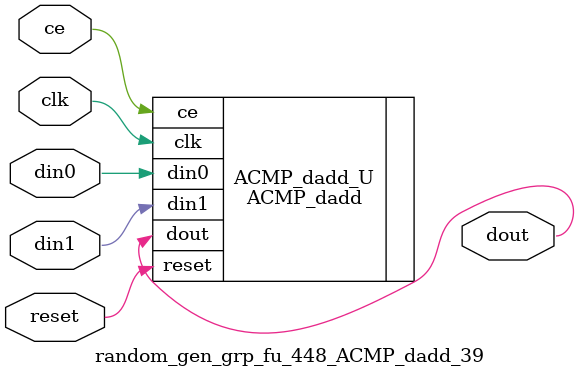
<source format=v>

`timescale 1 ns / 1 ps
module random_gen_grp_fu_448_ACMP_dadd_39(
    clk,
    reset,
    ce,
    din0,
    din1,
    dout);

parameter ID = 32'd1;
parameter NUM_STAGE = 32'd1;
parameter din0_WIDTH = 32'd1;
parameter din1_WIDTH = 32'd1;
parameter dout_WIDTH = 32'd1;
input clk;
input reset;
input ce;
input[din0_WIDTH - 1:0] din0;
input[din1_WIDTH - 1:0] din1;
output[dout_WIDTH - 1:0] dout;



ACMP_dadd #(
.ID( ID ),
.NUM_STAGE( 6 ),
.din0_WIDTH( din0_WIDTH ),
.din1_WIDTH( din1_WIDTH ),
.dout_WIDTH( dout_WIDTH ))
ACMP_dadd_U(
    .clk( clk ),
    .reset( reset ),
    .ce( ce ),
    .din0( din0 ),
    .din1( din1 ),
    .dout( dout ));

endmodule

</source>
